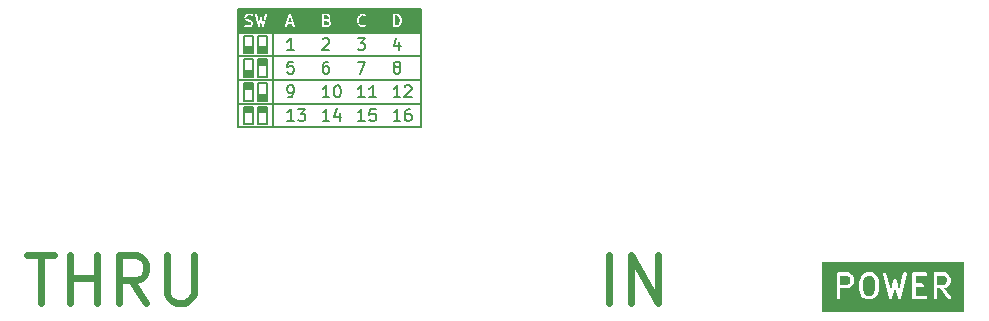
<source format=gbr>
%TF.GenerationSoftware,KiCad,Pcbnew,7.0.1*%
%TF.CreationDate,2023-12-18T14:15:39-05:00*%
%TF.ProjectId,channel_splitter,6368616e-6e65-46c5-9f73-706c69747465,rev?*%
%TF.SameCoordinates,Original*%
%TF.FileFunction,Legend,Top*%
%TF.FilePolarity,Positive*%
%FSLAX46Y46*%
G04 Gerber Fmt 4.6, Leading zero omitted, Abs format (unit mm)*
G04 Created by KiCad (PCBNEW 7.0.1) date 2023-12-18 14:15:39*
%MOMM*%
%LPD*%
G01*
G04 APERTURE LIST*
%ADD10C,0.150000*%
%ADD11C,0.600000*%
%ADD12C,0.300000*%
%ADD13C,4.000000*%
G04 APERTURE END LIST*
D10*
X190750000Y-75250000D02*
X191500000Y-75250000D01*
X191500000Y-76750000D01*
X190750000Y-76750000D01*
X190750000Y-75250000D01*
X192000000Y-73000000D02*
X204000000Y-73000000D01*
X190750000Y-75250000D02*
X191500000Y-75250000D01*
X191500000Y-75750000D01*
X190750000Y-75750000D01*
X190750000Y-75250000D01*
G36*
X190750000Y-75250000D02*
G01*
X191500000Y-75250000D01*
X191500000Y-75750000D01*
X190750000Y-75750000D01*
X190750000Y-75250000D01*
G37*
X203362300Y-71000000D02*
X204500000Y-71000000D01*
X204500000Y-73000000D01*
X203362300Y-73000000D01*
X203362300Y-71000000D01*
G36*
X203362300Y-71000000D02*
G01*
X204500000Y-71000000D01*
X204500000Y-73000000D01*
X203362300Y-73000000D01*
X203362300Y-71000000D01*
G37*
X190750000Y-77250000D02*
X191500000Y-77250000D01*
X191500000Y-78750000D01*
X190750000Y-78750000D01*
X190750000Y-77250000D01*
X190750000Y-79250000D02*
X191500000Y-79250000D01*
X191500000Y-80750000D01*
X190750000Y-80750000D01*
X190750000Y-79250000D01*
X189000000Y-81000000D02*
X204500000Y-81000000D01*
X190750000Y-74250000D02*
X191500000Y-74250000D01*
X191500000Y-74750000D01*
X190750000Y-74750000D01*
X190750000Y-74250000D01*
G36*
X190750000Y-74250000D02*
G01*
X191500000Y-74250000D01*
X191500000Y-74750000D01*
X190750000Y-74750000D01*
X190750000Y-74250000D01*
G37*
X189000000Y-77000000D02*
X204500000Y-77000000D01*
X190750000Y-78250000D02*
X191500000Y-78250000D01*
X191500000Y-78750000D01*
X190750000Y-78750000D01*
X190750000Y-78250000D01*
G36*
X190750000Y-78250000D02*
G01*
X191500000Y-78250000D01*
X191500000Y-78750000D01*
X190750000Y-78750000D01*
X190750000Y-78250000D01*
G37*
X204500000Y-81000000D02*
X204500000Y-73000000D01*
X189500000Y-77250000D02*
X190250000Y-77250000D01*
X190250000Y-77750000D01*
X189500000Y-77750000D01*
X189500000Y-77250000D01*
G36*
X189500000Y-77250000D02*
G01*
X190250000Y-77250000D01*
X190250000Y-77750000D01*
X189500000Y-77750000D01*
X189500000Y-77250000D01*
G37*
X192000000Y-81000000D02*
X191974600Y-73000000D01*
X189000000Y-75000000D02*
X204500000Y-75000000D01*
X204500000Y-79000000D02*
X189000000Y-79000000D01*
X200362300Y-71000000D02*
X201637700Y-71000000D01*
X201637700Y-73000000D01*
X200362300Y-73000000D01*
X200362300Y-71000000D01*
G36*
X200362300Y-71000000D02*
G01*
X201637700Y-71000000D01*
X201637700Y-73000000D01*
X200362300Y-73000000D01*
X200362300Y-71000000D01*
G37*
X190750000Y-79250000D02*
X191500000Y-79250000D01*
X191500000Y-79750000D01*
X190750000Y-79750000D01*
X190750000Y-79250000D01*
G36*
X190750000Y-79250000D02*
G01*
X191500000Y-79250000D01*
X191500000Y-79750000D01*
X190750000Y-79750000D01*
X190750000Y-79250000D01*
G37*
X189000000Y-71000000D02*
X204000000Y-71000000D01*
X189500000Y-75250000D02*
X190250000Y-75250000D01*
X190250000Y-76750000D01*
X189500000Y-76750000D01*
X189500000Y-75250000D01*
X197362300Y-71000000D02*
X198637700Y-71000000D01*
X198637700Y-73000000D01*
X197362300Y-73000000D01*
X197362300Y-71000000D01*
G36*
X197362300Y-71000000D02*
G01*
X198637700Y-71000000D01*
X198637700Y-73000000D01*
X197362300Y-73000000D01*
X197362300Y-71000000D01*
G37*
X189500000Y-76250000D02*
X190250000Y-76250000D01*
X190250000Y-76750000D01*
X189500000Y-76750000D01*
X189500000Y-76250000D01*
G36*
X189500000Y-76250000D02*
G01*
X190250000Y-76250000D01*
X190250000Y-76750000D01*
X189500000Y-76750000D01*
X189500000Y-76250000D01*
G37*
X192000000Y-73000000D02*
X189000000Y-73000000D01*
X189000000Y-81000000D02*
X189000000Y-71000000D01*
X189500000Y-79250000D02*
X190250000Y-79250000D01*
X190250000Y-79750000D01*
X189500000Y-79750000D01*
X189500000Y-79250000D01*
G36*
X189500000Y-79250000D02*
G01*
X190250000Y-79250000D01*
X190250000Y-79750000D01*
X189500000Y-79750000D01*
X189500000Y-79250000D01*
G37*
X194362300Y-71000000D02*
X195637700Y-71000000D01*
X195637700Y-73000000D01*
X194362300Y-73000000D01*
X194362300Y-71000000D01*
G36*
X194362300Y-71000000D02*
G01*
X195637700Y-71000000D01*
X195637700Y-73000000D01*
X194362300Y-73000000D01*
X194362300Y-71000000D01*
G37*
X190750000Y-73250000D02*
X191500000Y-73250000D01*
X191500000Y-74750000D01*
X190750000Y-74750000D01*
X190750000Y-73250000D01*
X189500000Y-79250000D02*
X190250000Y-79250000D01*
X190250000Y-80750000D01*
X189500000Y-80750000D01*
X189500000Y-79250000D01*
X189500000Y-74250000D02*
X190250000Y-74250000D01*
X190250000Y-74750000D01*
X189500000Y-74750000D01*
X189500000Y-74250000D01*
G36*
X189500000Y-74250000D02*
G01*
X190250000Y-74250000D01*
X190250000Y-74750000D01*
X189500000Y-74750000D01*
X189500000Y-74250000D01*
G37*
X189500000Y-73250000D02*
X190250000Y-73250000D01*
X190250000Y-74750000D01*
X189500000Y-74750000D01*
X189500000Y-73250000D01*
X189500000Y-77250000D02*
X190250000Y-77250000D01*
X190250000Y-78750000D01*
X189500000Y-78750000D01*
X189500000Y-77250000D01*
X191974600Y-71000000D02*
X192750000Y-71000000D01*
X192750000Y-73000000D01*
X191974600Y-73000000D01*
X191974600Y-71000000D01*
G36*
X191974600Y-71000000D02*
G01*
X192750000Y-71000000D01*
X192750000Y-73000000D01*
X191974600Y-73000000D01*
X191974600Y-71000000D01*
G37*
X196761904Y-78462619D02*
X196190476Y-78462619D01*
X196476190Y-78462619D02*
X196476190Y-77462619D01*
X196476190Y-77462619D02*
X196380952Y-77605476D01*
X196380952Y-77605476D02*
X196285714Y-77700714D01*
X196285714Y-77700714D02*
X196190476Y-77748333D01*
X197380952Y-77462619D02*
X197476190Y-77462619D01*
X197476190Y-77462619D02*
X197571428Y-77510238D01*
X197571428Y-77510238D02*
X197619047Y-77557857D01*
X197619047Y-77557857D02*
X197666666Y-77653095D01*
X197666666Y-77653095D02*
X197714285Y-77843571D01*
X197714285Y-77843571D02*
X197714285Y-78081666D01*
X197714285Y-78081666D02*
X197666666Y-78272142D01*
X197666666Y-78272142D02*
X197619047Y-78367380D01*
X197619047Y-78367380D02*
X197571428Y-78415000D01*
X197571428Y-78415000D02*
X197476190Y-78462619D01*
X197476190Y-78462619D02*
X197380952Y-78462619D01*
X197380952Y-78462619D02*
X197285714Y-78415000D01*
X197285714Y-78415000D02*
X197238095Y-78367380D01*
X197238095Y-78367380D02*
X197190476Y-78272142D01*
X197190476Y-78272142D02*
X197142857Y-78081666D01*
X197142857Y-78081666D02*
X197142857Y-77843571D01*
X197142857Y-77843571D02*
X197190476Y-77653095D01*
X197190476Y-77653095D02*
X197238095Y-77557857D01*
X197238095Y-77557857D02*
X197285714Y-77510238D01*
X197285714Y-77510238D02*
X197380952Y-77462619D01*
X199761904Y-80462619D02*
X199190476Y-80462619D01*
X199476190Y-80462619D02*
X199476190Y-79462619D01*
X199476190Y-79462619D02*
X199380952Y-79605476D01*
X199380952Y-79605476D02*
X199285714Y-79700714D01*
X199285714Y-79700714D02*
X199190476Y-79748333D01*
X200666666Y-79462619D02*
X200190476Y-79462619D01*
X200190476Y-79462619D02*
X200142857Y-79938809D01*
X200142857Y-79938809D02*
X200190476Y-79891190D01*
X200190476Y-79891190D02*
X200285714Y-79843571D01*
X200285714Y-79843571D02*
X200523809Y-79843571D01*
X200523809Y-79843571D02*
X200619047Y-79891190D01*
X200619047Y-79891190D02*
X200666666Y-79938809D01*
X200666666Y-79938809D02*
X200714285Y-80034047D01*
X200714285Y-80034047D02*
X200714285Y-80272142D01*
X200714285Y-80272142D02*
X200666666Y-80367380D01*
X200666666Y-80367380D02*
X200619047Y-80415000D01*
X200619047Y-80415000D02*
X200523809Y-80462619D01*
X200523809Y-80462619D02*
X200285714Y-80462619D01*
X200285714Y-80462619D02*
X200190476Y-80415000D01*
X200190476Y-80415000D02*
X200142857Y-80367380D01*
X193761904Y-74462619D02*
X193190476Y-74462619D01*
X193476190Y-74462619D02*
X193476190Y-73462619D01*
X193476190Y-73462619D02*
X193380952Y-73605476D01*
X193380952Y-73605476D02*
X193285714Y-73700714D01*
X193285714Y-73700714D02*
X193190476Y-73748333D01*
D11*
X220404761Y-95850476D02*
X220404761Y-91850476D01*
X222309523Y-95850476D02*
X222309523Y-91850476D01*
X222309523Y-91850476D02*
X224595238Y-95850476D01*
X224595238Y-95850476D02*
X224595238Y-91850476D01*
D10*
X202666666Y-73795952D02*
X202666666Y-74462619D01*
X202428571Y-73415000D02*
X202190476Y-74129285D01*
X202190476Y-74129285D02*
X202809523Y-74129285D01*
X196666666Y-75462619D02*
X196476190Y-75462619D01*
X196476190Y-75462619D02*
X196380952Y-75510238D01*
X196380952Y-75510238D02*
X196333333Y-75557857D01*
X196333333Y-75557857D02*
X196238095Y-75700714D01*
X196238095Y-75700714D02*
X196190476Y-75891190D01*
X196190476Y-75891190D02*
X196190476Y-76272142D01*
X196190476Y-76272142D02*
X196238095Y-76367380D01*
X196238095Y-76367380D02*
X196285714Y-76415000D01*
X196285714Y-76415000D02*
X196380952Y-76462619D01*
X196380952Y-76462619D02*
X196571428Y-76462619D01*
X196571428Y-76462619D02*
X196666666Y-76415000D01*
X196666666Y-76415000D02*
X196714285Y-76367380D01*
X196714285Y-76367380D02*
X196761904Y-76272142D01*
X196761904Y-76272142D02*
X196761904Y-76034047D01*
X196761904Y-76034047D02*
X196714285Y-75938809D01*
X196714285Y-75938809D02*
X196666666Y-75891190D01*
X196666666Y-75891190D02*
X196571428Y-75843571D01*
X196571428Y-75843571D02*
X196380952Y-75843571D01*
X196380952Y-75843571D02*
X196285714Y-75891190D01*
X196285714Y-75891190D02*
X196238095Y-75938809D01*
X196238095Y-75938809D02*
X196190476Y-76034047D01*
X202761904Y-78462619D02*
X202190476Y-78462619D01*
X202476190Y-78462619D02*
X202476190Y-77462619D01*
X202476190Y-77462619D02*
X202380952Y-77605476D01*
X202380952Y-77605476D02*
X202285714Y-77700714D01*
X202285714Y-77700714D02*
X202190476Y-77748333D01*
X203142857Y-77557857D02*
X203190476Y-77510238D01*
X203190476Y-77510238D02*
X203285714Y-77462619D01*
X203285714Y-77462619D02*
X203523809Y-77462619D01*
X203523809Y-77462619D02*
X203619047Y-77510238D01*
X203619047Y-77510238D02*
X203666666Y-77557857D01*
X203666666Y-77557857D02*
X203714285Y-77653095D01*
X203714285Y-77653095D02*
X203714285Y-77748333D01*
X203714285Y-77748333D02*
X203666666Y-77891190D01*
X203666666Y-77891190D02*
X203095238Y-78462619D01*
X203095238Y-78462619D02*
X203714285Y-78462619D01*
X193761904Y-80462619D02*
X193190476Y-80462619D01*
X193476190Y-80462619D02*
X193476190Y-79462619D01*
X193476190Y-79462619D02*
X193380952Y-79605476D01*
X193380952Y-79605476D02*
X193285714Y-79700714D01*
X193285714Y-79700714D02*
X193190476Y-79748333D01*
X194095238Y-79462619D02*
X194714285Y-79462619D01*
X194714285Y-79462619D02*
X194380952Y-79843571D01*
X194380952Y-79843571D02*
X194523809Y-79843571D01*
X194523809Y-79843571D02*
X194619047Y-79891190D01*
X194619047Y-79891190D02*
X194666666Y-79938809D01*
X194666666Y-79938809D02*
X194714285Y-80034047D01*
X194714285Y-80034047D02*
X194714285Y-80272142D01*
X194714285Y-80272142D02*
X194666666Y-80367380D01*
X194666666Y-80367380D02*
X194619047Y-80415000D01*
X194619047Y-80415000D02*
X194523809Y-80462619D01*
X194523809Y-80462619D02*
X194238095Y-80462619D01*
X194238095Y-80462619D02*
X194142857Y-80415000D01*
X194142857Y-80415000D02*
X194095238Y-80367380D01*
X199761904Y-78462619D02*
X199190476Y-78462619D01*
X199476190Y-78462619D02*
X199476190Y-77462619D01*
X199476190Y-77462619D02*
X199380952Y-77605476D01*
X199380952Y-77605476D02*
X199285714Y-77700714D01*
X199285714Y-77700714D02*
X199190476Y-77748333D01*
X200714285Y-78462619D02*
X200142857Y-78462619D01*
X200428571Y-78462619D02*
X200428571Y-77462619D01*
X200428571Y-77462619D02*
X200333333Y-77605476D01*
X200333333Y-77605476D02*
X200238095Y-77700714D01*
X200238095Y-77700714D02*
X200142857Y-77748333D01*
G36*
X200542857Y-73055357D02*
G01*
X198632143Y-73055357D01*
X198632143Y-72030873D01*
X199112374Y-72030873D01*
X199115476Y-72043281D01*
X199115476Y-72044829D01*
X199118080Y-72053698D01*
X199162094Y-72229753D01*
X199161164Y-72238367D01*
X199167330Y-72250700D01*
X199167949Y-72253173D01*
X199172131Y-72260300D01*
X199214426Y-72344890D01*
X199217109Y-72357222D01*
X199231738Y-72371851D01*
X199245798Y-72386967D01*
X199247216Y-72387329D01*
X199325064Y-72465178D01*
X199336343Y-72479187D01*
X199350884Y-72484034D01*
X199364337Y-72491380D01*
X199371405Y-72490874D01*
X199491172Y-72530797D01*
X199501787Y-72537619D01*
X199522466Y-72537619D01*
X199543106Y-72538365D01*
X199544365Y-72537619D01*
X199609645Y-72537619D01*
X199621872Y-72540734D01*
X199641484Y-72534196D01*
X199661307Y-72528376D01*
X199662265Y-72527269D01*
X199781789Y-72487428D01*
X199799366Y-72483605D01*
X199810207Y-72472762D01*
X199822789Y-72464019D01*
X199825496Y-72457473D01*
X199870180Y-72412788D01*
X199885903Y-72383994D01*
X199882760Y-72340063D01*
X199856365Y-72304805D01*
X199815098Y-72289413D01*
X199772061Y-72298776D01*
X199721390Y-72349447D01*
X199606875Y-72387619D01*
X199535979Y-72387619D01*
X199421464Y-72349447D01*
X199347352Y-72275333D01*
X199308859Y-72198347D01*
X199265476Y-72024813D01*
X199265476Y-71900425D01*
X199308859Y-71726891D01*
X199347354Y-71649902D01*
X199421465Y-71575790D01*
X199535980Y-71537619D01*
X199606877Y-71537619D01*
X199721390Y-71575790D01*
X199764114Y-71618514D01*
X199792908Y-71634236D01*
X199836839Y-71631094D01*
X199872097Y-71604700D01*
X199887490Y-71563433D01*
X199878128Y-71520396D01*
X199817790Y-71460058D01*
X199806513Y-71446051D01*
X199791971Y-71441203D01*
X199778519Y-71433858D01*
X199771451Y-71434363D01*
X199651684Y-71394441D01*
X199641069Y-71387619D01*
X199620389Y-71387619D01*
X199599750Y-71386873D01*
X199598491Y-71387619D01*
X199533211Y-71387619D01*
X199520983Y-71384504D01*
X199501363Y-71391043D01*
X199481549Y-71396862D01*
X199480590Y-71397968D01*
X199361061Y-71437810D01*
X199343491Y-71441633D01*
X199332652Y-71452471D01*
X199320066Y-71461219D01*
X199317357Y-71467766D01*
X199239329Y-71545794D01*
X199228480Y-71552238D01*
X199219229Y-71570738D01*
X199209334Y-71588861D01*
X199209438Y-71590321D01*
X199176986Y-71655225D01*
X199170675Y-71661160D01*
X199167330Y-71674537D01*
X199166191Y-71676817D01*
X199164727Y-71684949D01*
X199120708Y-71861026D01*
X199115476Y-71869168D01*
X199115476Y-71881956D01*
X199115100Y-71883460D01*
X199115476Y-71892706D01*
X199115476Y-72021704D01*
X199112374Y-72030873D01*
X198632143Y-72030873D01*
X198632143Y-70944643D01*
X200542857Y-70944643D01*
X200542857Y-73055357D01*
G37*
X199142857Y-75462619D02*
X199809523Y-75462619D01*
X199809523Y-75462619D02*
X199380952Y-76462619D01*
X196190476Y-73557857D02*
X196238095Y-73510238D01*
X196238095Y-73510238D02*
X196333333Y-73462619D01*
X196333333Y-73462619D02*
X196571428Y-73462619D01*
X196571428Y-73462619D02*
X196666666Y-73510238D01*
X196666666Y-73510238D02*
X196714285Y-73557857D01*
X196714285Y-73557857D02*
X196761904Y-73653095D01*
X196761904Y-73653095D02*
X196761904Y-73748333D01*
X196761904Y-73748333D02*
X196714285Y-73891190D01*
X196714285Y-73891190D02*
X196142857Y-74462619D01*
X196142857Y-74462619D02*
X196761904Y-74462619D01*
X202380952Y-75891190D02*
X202285714Y-75843571D01*
X202285714Y-75843571D02*
X202238095Y-75795952D01*
X202238095Y-75795952D02*
X202190476Y-75700714D01*
X202190476Y-75700714D02*
X202190476Y-75653095D01*
X202190476Y-75653095D02*
X202238095Y-75557857D01*
X202238095Y-75557857D02*
X202285714Y-75510238D01*
X202285714Y-75510238D02*
X202380952Y-75462619D01*
X202380952Y-75462619D02*
X202571428Y-75462619D01*
X202571428Y-75462619D02*
X202666666Y-75510238D01*
X202666666Y-75510238D02*
X202714285Y-75557857D01*
X202714285Y-75557857D02*
X202761904Y-75653095D01*
X202761904Y-75653095D02*
X202761904Y-75700714D01*
X202761904Y-75700714D02*
X202714285Y-75795952D01*
X202714285Y-75795952D02*
X202666666Y-75843571D01*
X202666666Y-75843571D02*
X202571428Y-75891190D01*
X202571428Y-75891190D02*
X202380952Y-75891190D01*
X202380952Y-75891190D02*
X202285714Y-75938809D01*
X202285714Y-75938809D02*
X202238095Y-75986428D01*
X202238095Y-75986428D02*
X202190476Y-76081666D01*
X202190476Y-76081666D02*
X202190476Y-76272142D01*
X202190476Y-76272142D02*
X202238095Y-76367380D01*
X202238095Y-76367380D02*
X202285714Y-76415000D01*
X202285714Y-76415000D02*
X202380952Y-76462619D01*
X202380952Y-76462619D02*
X202571428Y-76462619D01*
X202571428Y-76462619D02*
X202666666Y-76415000D01*
X202666666Y-76415000D02*
X202714285Y-76367380D01*
X202714285Y-76367380D02*
X202761904Y-76272142D01*
X202761904Y-76272142D02*
X202761904Y-76081666D01*
X202761904Y-76081666D02*
X202714285Y-75986428D01*
X202714285Y-75986428D02*
X202666666Y-75938809D01*
X202666666Y-75938809D02*
X202571428Y-75891190D01*
G36*
X192002976Y-73055357D02*
G01*
X188997024Y-73055357D01*
X188997024Y-71661486D01*
X189565143Y-71661486D01*
X189567857Y-71668030D01*
X189567857Y-71744293D01*
X189565926Y-71762177D01*
X189572782Y-71775890D01*
X189577100Y-71790593D01*
X189582453Y-71795231D01*
X189619188Y-71868700D01*
X189621871Y-71881032D01*
X189636498Y-71895659D01*
X189650560Y-71910777D01*
X189651978Y-71911139D01*
X189678413Y-71937574D01*
X189684857Y-71948424D01*
X189703366Y-71957678D01*
X189721480Y-71967569D01*
X189722938Y-71967464D01*
X189787843Y-71999917D01*
X189793778Y-72006229D01*
X189807155Y-72009573D01*
X189809435Y-72010713D01*
X189817567Y-72012176D01*
X189997631Y-72057192D01*
X190074621Y-72095687D01*
X190105026Y-72126092D01*
X190139285Y-72194608D01*
X190139285Y-72254436D01*
X190105026Y-72322953D01*
X190074618Y-72353361D01*
X190006104Y-72387619D01*
X189797884Y-72387619D01*
X189656345Y-72340439D01*
X189623560Y-72339254D01*
X189585672Y-72361711D01*
X189565940Y-72401087D01*
X189570627Y-72444880D01*
X189598248Y-72479187D01*
X189753077Y-72530797D01*
X189763692Y-72537619D01*
X189784371Y-72537619D01*
X189805011Y-72538365D01*
X189806270Y-72537619D01*
X190019769Y-72537619D01*
X190037653Y-72539550D01*
X190051366Y-72532693D01*
X190066069Y-72528376D01*
X190070707Y-72523022D01*
X190144175Y-72486287D01*
X190156509Y-72483605D01*
X190171140Y-72468972D01*
X190186253Y-72454916D01*
X190186615Y-72453496D01*
X190213049Y-72427062D01*
X190223900Y-72420618D01*
X190233156Y-72402104D01*
X190243046Y-72383994D01*
X190242941Y-72382534D01*
X190279563Y-72309290D01*
X190289285Y-72294164D01*
X190289285Y-72278834D01*
X190291999Y-72263751D01*
X190289285Y-72257207D01*
X190289285Y-72180935D01*
X190291215Y-72163060D01*
X190284360Y-72149350D01*
X190280042Y-72134644D01*
X190274687Y-72130004D01*
X190237953Y-72056535D01*
X190235271Y-72044205D01*
X190220651Y-72029585D01*
X190206582Y-72014460D01*
X190205163Y-72014097D01*
X190178728Y-71987662D01*
X190172285Y-71976813D01*
X190153784Y-71967562D01*
X190135662Y-71957667D01*
X190134201Y-71957771D01*
X190069297Y-71925319D01*
X190063363Y-71919008D01*
X190049985Y-71915663D01*
X190047706Y-71914524D01*
X190039573Y-71913060D01*
X189859510Y-71868044D01*
X189782521Y-71829550D01*
X189752114Y-71799143D01*
X189717857Y-71730628D01*
X189717857Y-71670801D01*
X189752116Y-71602283D01*
X189782521Y-71571877D01*
X189851037Y-71537619D01*
X190059258Y-71537619D01*
X190200796Y-71584799D01*
X190233582Y-71585984D01*
X190271470Y-71563527D01*
X190291202Y-71524151D01*
X190286514Y-71480357D01*
X190268971Y-71458567D01*
X190469558Y-71458567D01*
X190710933Y-72472347D01*
X190711288Y-72486509D01*
X190722035Y-72502347D01*
X190731533Y-72518961D01*
X190734280Y-72520392D01*
X190736019Y-72522954D01*
X190753617Y-72530464D01*
X190770595Y-72539309D01*
X190773679Y-72539027D01*
X190776527Y-72540243D01*
X190795394Y-72537047D01*
X190814456Y-72535309D01*
X190816898Y-72533405D01*
X190819952Y-72532888D01*
X190834099Y-72519996D01*
X190849193Y-72508230D01*
X190850218Y-72505307D01*
X190852507Y-72503222D01*
X190857437Y-72484734D01*
X190863775Y-72466671D01*
X190863057Y-72463657D01*
X190976190Y-72039411D01*
X191092174Y-72474352D01*
X191092909Y-72488499D01*
X191104074Y-72504038D01*
X191114018Y-72520396D01*
X191116803Y-72521753D01*
X191118609Y-72524266D01*
X191136401Y-72531301D01*
X191153612Y-72539687D01*
X191156686Y-72539323D01*
X191159567Y-72540462D01*
X191178344Y-72536760D01*
X191197350Y-72534511D01*
X191199740Y-72532542D01*
X191202779Y-72531943D01*
X191216576Y-72518675D01*
X191231347Y-72506509D01*
X191232293Y-72503561D01*
X191234526Y-72501414D01*
X191238959Y-72482792D01*
X191244808Y-72464573D01*
X191244010Y-72461580D01*
X191480220Y-71469502D01*
X191478519Y-71436739D01*
X191452819Y-71400972D01*
X191411861Y-71384777D01*
X191368649Y-71393295D01*
X191336902Y-71423824D01*
X191162549Y-72156102D01*
X191050944Y-71737582D01*
X191050616Y-71724443D01*
X191039304Y-71707773D01*
X191028838Y-71690557D01*
X191027020Y-71689671D01*
X191025885Y-71687998D01*
X191007351Y-71680087D01*
X190989244Y-71671265D01*
X190987236Y-71671502D01*
X190985377Y-71670709D01*
X190965503Y-71674075D01*
X190945506Y-71676442D01*
X190943946Y-71677726D01*
X190941952Y-71678064D01*
X190927057Y-71691637D01*
X190911509Y-71704443D01*
X190910890Y-71706368D01*
X190909397Y-71707730D01*
X190904208Y-71727186D01*
X190898048Y-71746379D01*
X190898569Y-71748333D01*
X190789830Y-72156103D01*
X190618082Y-71434759D01*
X190601800Y-71406278D01*
X190562738Y-71385930D01*
X190518877Y-71389930D01*
X190484140Y-71417008D01*
X190469558Y-71458567D01*
X190268971Y-71458567D01*
X190258894Y-71446051D01*
X190104065Y-71394441D01*
X190093450Y-71387619D01*
X190072770Y-71387619D01*
X190052131Y-71386873D01*
X190050872Y-71387619D01*
X189837364Y-71387619D01*
X189819489Y-71385689D01*
X189805779Y-71392543D01*
X189791073Y-71396862D01*
X189786433Y-71402216D01*
X189712964Y-71438950D01*
X189700634Y-71441633D01*
X189686014Y-71456252D01*
X189670889Y-71470322D01*
X189670526Y-71471740D01*
X189644091Y-71498175D01*
X189633242Y-71504619D01*
X189623991Y-71523119D01*
X189614096Y-71541242D01*
X189614200Y-71542702D01*
X189577580Y-71615943D01*
X189567857Y-71631073D01*
X189567857Y-71646403D01*
X189565143Y-71661486D01*
X188997024Y-71661486D01*
X188997024Y-70944643D01*
X192002976Y-70944643D01*
X192002976Y-73055357D01*
G37*
D12*
G36*
X242744479Y-93643754D02*
G01*
X242888364Y-93787639D01*
X242969047Y-94110368D01*
X242969047Y-94740106D01*
X242888364Y-95062835D01*
X242744478Y-95206721D01*
X242607446Y-95275238D01*
X242297315Y-95275238D01*
X242160281Y-95206721D01*
X242016397Y-95062836D01*
X241935714Y-94740107D01*
X241935714Y-94110369D01*
X242016396Y-93787639D01*
X242160282Y-93643753D01*
X242297313Y-93575238D01*
X242607447Y-93575238D01*
X242744479Y-93643754D01*
G37*
G36*
X248934955Y-93643754D02*
G01*
X248995769Y-93704568D01*
X249064285Y-93841599D01*
X249064285Y-94056493D01*
X248995768Y-94193526D01*
X248934954Y-94254341D01*
X248797922Y-94322857D01*
X248555371Y-94322857D01*
X248519272Y-94319116D01*
X248511869Y-94322857D01*
X248221428Y-94322857D01*
X248221428Y-93575238D01*
X248797923Y-93575238D01*
X248934955Y-93643754D01*
G37*
G36*
X240744479Y-93643754D02*
G01*
X240805293Y-93704568D01*
X240873809Y-93841599D01*
X240873809Y-94056493D01*
X240805292Y-94193526D01*
X240744478Y-94254341D01*
X240607446Y-94322857D01*
X240030952Y-94322857D01*
X240030952Y-93575238D01*
X240607447Y-93575238D01*
X240744479Y-93643754D01*
G37*
G36*
X250505952Y-96610714D02*
G01*
X238494048Y-96610714D01*
X238494048Y-94495106D01*
X239726210Y-94495106D01*
X239730952Y-94505489D01*
X239730952Y-95446806D01*
X239749436Y-95509758D01*
X239816009Y-95567443D01*
X239903201Y-95579980D01*
X239983328Y-95543387D01*
X240030952Y-95469282D01*
X240030952Y-94752222D01*
X241629510Y-94752222D01*
X241635714Y-94777038D01*
X241635714Y-94780139D01*
X241640932Y-94797913D01*
X241734865Y-95173641D01*
X241743742Y-95214445D01*
X241761298Y-95232001D01*
X241773862Y-95253416D01*
X241791805Y-95262508D01*
X241952063Y-95422767D01*
X241964952Y-95444467D01*
X242001914Y-95462948D01*
X242038196Y-95482760D01*
X242041119Y-95482550D01*
X242187601Y-95555792D01*
X242217860Y-95575238D01*
X242248511Y-95575238D01*
X242278686Y-95580668D01*
X242291778Y-95575238D01*
X242634781Y-95575238D01*
X242670545Y-95579099D01*
X242697960Y-95565391D01*
X242727377Y-95556754D01*
X242736658Y-95546041D01*
X242883590Y-95472575D01*
X242908256Y-95467210D01*
X242937486Y-95437979D01*
X242967746Y-95409833D01*
X242968472Y-95406993D01*
X243128245Y-95247218D01*
X243158648Y-95218632D01*
X243164669Y-95194546D01*
X243176569Y-95172754D01*
X243175133Y-95152689D01*
X243258580Y-94818900D01*
X243269047Y-94802615D01*
X243269047Y-94777036D01*
X243269799Y-94774028D01*
X243269047Y-94755523D01*
X243269047Y-94116591D01*
X243275251Y-94098252D01*
X243269047Y-94073436D01*
X243269047Y-94070336D01*
X243263829Y-94052566D01*
X243169896Y-93676836D01*
X243161019Y-93636030D01*
X243143463Y-93618474D01*
X243130899Y-93597058D01*
X243112953Y-93587964D01*
X242952699Y-93427710D01*
X242946418Y-93417135D01*
X243629592Y-93417135D01*
X244112342Y-95444690D01*
X244113051Y-95473017D01*
X244134541Y-95504686D01*
X244153541Y-95537922D01*
X244159036Y-95540784D01*
X244162513Y-95545908D01*
X244197716Y-95560933D01*
X244231665Y-95578618D01*
X244237831Y-95578055D01*
X244243530Y-95580488D01*
X244281273Y-95574094D01*
X244319389Y-95570619D01*
X244324274Y-95566810D01*
X244330381Y-95565776D01*
X244358666Y-95540000D01*
X244388862Y-95516462D01*
X244390913Y-95510615D01*
X244395491Y-95506444D01*
X244405354Y-95469457D01*
X244418026Y-95433341D01*
X244416591Y-95427316D01*
X244642856Y-94578823D01*
X244874824Y-95448701D01*
X244876293Y-95476998D01*
X244898628Y-95508082D01*
X244918511Y-95540791D01*
X244924080Y-95543504D01*
X244927694Y-95548534D01*
X244963288Y-95562608D01*
X244997700Y-95579375D01*
X245003850Y-95578647D01*
X245009612Y-95580925D01*
X245047168Y-95573520D01*
X245085178Y-95569022D01*
X245089959Y-95565083D01*
X245096035Y-95563886D01*
X245123616Y-95537361D01*
X245153171Y-95513019D01*
X245155064Y-95507119D01*
X245159528Y-95502827D01*
X245168391Y-95465600D01*
X245174205Y-95447487D01*
X246107162Y-95447487D01*
X246121002Y-95477793D01*
X246130388Y-95509758D01*
X246139013Y-95517232D01*
X246143755Y-95527614D01*
X246171782Y-95545626D01*
X246196961Y-95567443D01*
X246208258Y-95569067D01*
X246217860Y-95575238D01*
X246251173Y-95575238D01*
X246284153Y-95579980D01*
X246294536Y-95575238D01*
X247235853Y-95575238D01*
X247298805Y-95556754D01*
X247356490Y-95490181D01*
X247369027Y-95402989D01*
X247332434Y-95322862D01*
X247258329Y-95275238D01*
X246411904Y-95275238D01*
X246411904Y-94527619D01*
X246950139Y-94527619D01*
X247013091Y-94509135D01*
X247025247Y-94495106D01*
X247916686Y-94495106D01*
X247921428Y-94505489D01*
X247921428Y-95446806D01*
X247939912Y-95509758D01*
X248006485Y-95567443D01*
X248093677Y-95579980D01*
X248173804Y-95543387D01*
X248221428Y-95469282D01*
X248221428Y-94622857D01*
X248469520Y-94622857D01*
X249103768Y-95528926D01*
X249155012Y-95569899D01*
X249242631Y-95578979D01*
X249321251Y-95539248D01*
X249365909Y-95463320D01*
X249362427Y-95375301D01*
X248836571Y-94624078D01*
X248861021Y-94626718D01*
X248888436Y-94613010D01*
X248917853Y-94604373D01*
X248927134Y-94593660D01*
X249074069Y-94520193D01*
X249098732Y-94514828D01*
X249127948Y-94485610D01*
X249158222Y-94457452D01*
X249158948Y-94454611D01*
X249211815Y-94401744D01*
X249233514Y-94388856D01*
X249251989Y-94351905D01*
X249271808Y-94315610D01*
X249271598Y-94312686D01*
X249344839Y-94166206D01*
X249364285Y-94135948D01*
X249364285Y-94105297D01*
X249369715Y-94075122D01*
X249364285Y-94062030D01*
X249364285Y-93814266D01*
X249368146Y-93778502D01*
X249354438Y-93751086D01*
X249345801Y-93721670D01*
X249335089Y-93712388D01*
X249261621Y-93565452D01*
X249256257Y-93540792D01*
X249227045Y-93511580D01*
X249198880Y-93481301D01*
X249196039Y-93480574D01*
X249143175Y-93427710D01*
X249130286Y-93406009D01*
X249093323Y-93387527D01*
X249057040Y-93367715D01*
X249054116Y-93367924D01*
X248907635Y-93294683D01*
X248877377Y-93275238D01*
X248846726Y-93275238D01*
X248816552Y-93269808D01*
X248803460Y-93275238D01*
X248082159Y-93275238D01*
X248049179Y-93270496D01*
X248018872Y-93284336D01*
X247986908Y-93293722D01*
X247979433Y-93302347D01*
X247969052Y-93307089D01*
X247951039Y-93335116D01*
X247929223Y-93360295D01*
X247927598Y-93371592D01*
X247921428Y-93381194D01*
X247921428Y-93414507D01*
X247916686Y-93447487D01*
X247921428Y-93457870D01*
X247921428Y-94462126D01*
X247916686Y-94495106D01*
X247025247Y-94495106D01*
X247070776Y-94442562D01*
X247083313Y-94355370D01*
X247046720Y-94275243D01*
X246972615Y-94227619D01*
X246411904Y-94227619D01*
X246411904Y-93575238D01*
X247235853Y-93575238D01*
X247298805Y-93556754D01*
X247356490Y-93490181D01*
X247369027Y-93402989D01*
X247332434Y-93322862D01*
X247258329Y-93275238D01*
X246272635Y-93275238D01*
X246239655Y-93270496D01*
X246209348Y-93284336D01*
X246177384Y-93293722D01*
X246169909Y-93302347D01*
X246159528Y-93307089D01*
X246141515Y-93335116D01*
X246119699Y-93360295D01*
X246118074Y-93371592D01*
X246111904Y-93381194D01*
X246111904Y-93414507D01*
X246107162Y-93447487D01*
X246111904Y-93457870D01*
X246111904Y-94366888D01*
X246107162Y-94399868D01*
X246111904Y-94410251D01*
X246111904Y-95414507D01*
X246107162Y-95447487D01*
X245174205Y-95447487D01*
X245180093Y-95429145D01*
X245178496Y-95423158D01*
X245650917Y-93439000D01*
X245647516Y-93373478D01*
X245596115Y-93301942D01*
X245514197Y-93269551D01*
X245427774Y-93286590D01*
X245364281Y-93347649D01*
X245015575Y-94812205D01*
X244792367Y-93975173D01*
X244791710Y-93948886D01*
X244769086Y-93915546D01*
X244748155Y-93881113D01*
X244744517Y-93879340D01*
X244742248Y-93875996D01*
X244705189Y-93860178D01*
X244668966Y-93842529D01*
X244664951Y-93843004D01*
X244661231Y-93841416D01*
X244621482Y-93848148D01*
X244581488Y-93852882D01*
X244578368Y-93855451D01*
X244574380Y-93856127D01*
X244544590Y-93883273D01*
X244513495Y-93908885D01*
X244512259Y-93912735D01*
X244509270Y-93915459D01*
X244498887Y-93954393D01*
X244486573Y-93992758D01*
X244487614Y-93996665D01*
X244270136Y-94812206D01*
X243926639Y-93369513D01*
X243894077Y-93312555D01*
X243815953Y-93271858D01*
X243728229Y-93279857D01*
X243658756Y-93334014D01*
X243629592Y-93417135D01*
X242946418Y-93417135D01*
X242939810Y-93406009D01*
X242902847Y-93387527D01*
X242866564Y-93367715D01*
X242863640Y-93367924D01*
X242717159Y-93294683D01*
X242686901Y-93275238D01*
X242656250Y-93275238D01*
X242626076Y-93269808D01*
X242612984Y-93275238D01*
X242269980Y-93275238D01*
X242234216Y-93271377D01*
X242206800Y-93285084D01*
X242177384Y-93293722D01*
X242168102Y-93304433D01*
X242021166Y-93377901D01*
X241996506Y-93383266D01*
X241967294Y-93412477D01*
X241937015Y-93440643D01*
X241936288Y-93443483D01*
X241776517Y-93603254D01*
X241746113Y-93631843D01*
X241740092Y-93655925D01*
X241728191Y-93677721D01*
X241729626Y-93697789D01*
X241646180Y-94031573D01*
X241635714Y-94047860D01*
X241635714Y-94073440D01*
X241634962Y-94076448D01*
X241635714Y-94094953D01*
X241635714Y-94733883D01*
X241629510Y-94752222D01*
X240030952Y-94752222D01*
X240030952Y-94622857D01*
X240634781Y-94622857D01*
X240670545Y-94626718D01*
X240697960Y-94613010D01*
X240727377Y-94604373D01*
X240736658Y-94593660D01*
X240883593Y-94520193D01*
X240908256Y-94514828D01*
X240937472Y-94485610D01*
X240967746Y-94457452D01*
X240968472Y-94454611D01*
X241021339Y-94401744D01*
X241043038Y-94388856D01*
X241061513Y-94351905D01*
X241081332Y-94315610D01*
X241081122Y-94312686D01*
X241154363Y-94166206D01*
X241173809Y-94135948D01*
X241173809Y-94105297D01*
X241179239Y-94075122D01*
X241173809Y-94062030D01*
X241173809Y-93814266D01*
X241177670Y-93778502D01*
X241163962Y-93751086D01*
X241155325Y-93721670D01*
X241144613Y-93712388D01*
X241071145Y-93565452D01*
X241065781Y-93540792D01*
X241036569Y-93511580D01*
X241008404Y-93481301D01*
X241005563Y-93480574D01*
X240952699Y-93427710D01*
X240939810Y-93406009D01*
X240902847Y-93387527D01*
X240866564Y-93367715D01*
X240863640Y-93367924D01*
X240717159Y-93294683D01*
X240686901Y-93275238D01*
X240656250Y-93275238D01*
X240626076Y-93269808D01*
X240612984Y-93275238D01*
X239891683Y-93275238D01*
X239858703Y-93270496D01*
X239828396Y-93284336D01*
X239796432Y-93293722D01*
X239788957Y-93302347D01*
X239778576Y-93307089D01*
X239760563Y-93335116D01*
X239738747Y-93360295D01*
X239737122Y-93371592D01*
X239730952Y-93381194D01*
X239730952Y-93414507D01*
X239726210Y-93447487D01*
X239730952Y-93457870D01*
X239730952Y-94462126D01*
X239726210Y-94495106D01*
X238494048Y-94495106D01*
X238494048Y-92389286D01*
X250505952Y-92389286D01*
X250505952Y-96610714D01*
G37*
D11*
X171166667Y-91850476D02*
X173452381Y-91850476D01*
X172309524Y-95850476D02*
X172309524Y-91850476D01*
X174785714Y-95850476D02*
X174785714Y-91850476D01*
X174785714Y-93755238D02*
X177071429Y-93755238D01*
X177071429Y-95850476D02*
X177071429Y-91850476D01*
X181261905Y-95850476D02*
X179928571Y-93945714D01*
X178976190Y-95850476D02*
X178976190Y-91850476D01*
X178976190Y-91850476D02*
X180500000Y-91850476D01*
X180500000Y-91850476D02*
X180880952Y-92040952D01*
X180880952Y-92040952D02*
X181071429Y-92231428D01*
X181071429Y-92231428D02*
X181261905Y-92612380D01*
X181261905Y-92612380D02*
X181261905Y-93183809D01*
X181261905Y-93183809D02*
X181071429Y-93564761D01*
X181071429Y-93564761D02*
X180880952Y-93755238D01*
X180880952Y-93755238D02*
X180500000Y-93945714D01*
X180500000Y-93945714D02*
X178976190Y-93945714D01*
X182976190Y-91850476D02*
X182976190Y-95088571D01*
X182976190Y-95088571D02*
X183166667Y-95469523D01*
X183166667Y-95469523D02*
X183357143Y-95660000D01*
X183357143Y-95660000D02*
X183738095Y-95850476D01*
X183738095Y-95850476D02*
X184500000Y-95850476D01*
X184500000Y-95850476D02*
X184880952Y-95660000D01*
X184880952Y-95660000D02*
X185071429Y-95469523D01*
X185071429Y-95469523D02*
X185261905Y-95088571D01*
X185261905Y-95088571D02*
X185261905Y-91850476D01*
D10*
G36*
X193562609Y-72101904D02*
G01*
X193294533Y-72101904D01*
X193428571Y-71699790D01*
X193562609Y-72101904D01*
G37*
G36*
X194400000Y-73055357D02*
G01*
X192632143Y-73055357D01*
X192632143Y-72481916D01*
X193019492Y-72481916D01*
X193041949Y-72519804D01*
X193081325Y-72539536D01*
X193125118Y-72534849D01*
X193159425Y-72507228D01*
X193244533Y-72251904D01*
X193612609Y-72251904D01*
X193694162Y-72496564D01*
X193712885Y-72523504D01*
X193753584Y-72540340D01*
X193796924Y-72532500D01*
X193829146Y-72502474D01*
X193840019Y-72459793D01*
X193743426Y-72170016D01*
X193744036Y-72165780D01*
X193736552Y-72149392D01*
X193504011Y-71451769D01*
X193504317Y-71443322D01*
X193497185Y-71431289D01*
X193496313Y-71428673D01*
X193491700Y-71422035D01*
X193481860Y-71405434D01*
X193479254Y-71404128D01*
X193477590Y-71401733D01*
X193459736Y-71394347D01*
X193442484Y-71385702D01*
X193439586Y-71386012D01*
X193436891Y-71384897D01*
X193417883Y-71388335D01*
X193398690Y-71390390D01*
X193396419Y-71392218D01*
X193393551Y-71392737D01*
X193379427Y-71405898D01*
X193364384Y-71418010D01*
X193363461Y-71420776D01*
X193361329Y-71422764D01*
X193356561Y-71441476D01*
X193124036Y-72139051D01*
X193119374Y-72144433D01*
X193117197Y-72159568D01*
X193020677Y-72449131D01*
X193019492Y-72481916D01*
X192632143Y-72481916D01*
X192632143Y-70944643D01*
X194400000Y-70944643D01*
X194400000Y-73055357D01*
G37*
X199142857Y-73462619D02*
X199761904Y-73462619D01*
X199761904Y-73462619D02*
X199428571Y-73843571D01*
X199428571Y-73843571D02*
X199571428Y-73843571D01*
X199571428Y-73843571D02*
X199666666Y-73891190D01*
X199666666Y-73891190D02*
X199714285Y-73938809D01*
X199714285Y-73938809D02*
X199761904Y-74034047D01*
X199761904Y-74034047D02*
X199761904Y-74272142D01*
X199761904Y-74272142D02*
X199714285Y-74367380D01*
X199714285Y-74367380D02*
X199666666Y-74415000D01*
X199666666Y-74415000D02*
X199571428Y-74462619D01*
X199571428Y-74462619D02*
X199285714Y-74462619D01*
X199285714Y-74462619D02*
X199190476Y-74415000D01*
X199190476Y-74415000D02*
X199142857Y-74367380D01*
G36*
X202578533Y-71575790D02*
G01*
X202652645Y-71649902D01*
X202691139Y-71726888D01*
X202734523Y-71900424D01*
X202734523Y-72024813D01*
X202691139Y-72198345D01*
X202652645Y-72275334D01*
X202578533Y-72349447D01*
X202464018Y-72387619D01*
X202313095Y-72387619D01*
X202313095Y-71537619D01*
X202464020Y-71537619D01*
X202578533Y-71575790D01*
G37*
G36*
X203542857Y-73055357D02*
G01*
X201632143Y-73055357D01*
X201632143Y-72473743D01*
X202160725Y-72473743D01*
X202167644Y-72488895D01*
X202172338Y-72504879D01*
X202176650Y-72508615D01*
X202179021Y-72513807D01*
X202193037Y-72522814D01*
X202205624Y-72533721D01*
X202211270Y-72534532D01*
X202216073Y-72537619D01*
X202232735Y-72537619D01*
X202249219Y-72539989D01*
X202254409Y-72537619D01*
X202466788Y-72537619D01*
X202479015Y-72540734D01*
X202498627Y-72534196D01*
X202518450Y-72528376D01*
X202519408Y-72527269D01*
X202638934Y-72487427D01*
X202656508Y-72483605D01*
X202667348Y-72472764D01*
X202679932Y-72464019D01*
X202682639Y-72457472D01*
X202760669Y-72379442D01*
X202771519Y-72372999D01*
X202780769Y-72354498D01*
X202790665Y-72336375D01*
X202790560Y-72334915D01*
X202823012Y-72270012D01*
X202829324Y-72264078D01*
X202832668Y-72250700D01*
X202833808Y-72248421D01*
X202835271Y-72240288D01*
X202879290Y-72064210D01*
X202884523Y-72056069D01*
X202884523Y-72043281D01*
X202884899Y-72041777D01*
X202884523Y-72032531D01*
X202884523Y-71903533D01*
X202887625Y-71894364D01*
X202884523Y-71881956D01*
X202884523Y-71880408D01*
X202881918Y-71871538D01*
X202837904Y-71695481D01*
X202838834Y-71686870D01*
X202832668Y-71674539D01*
X202832050Y-71672064D01*
X202827862Y-71664925D01*
X202785572Y-71580345D01*
X202782890Y-71568015D01*
X202768270Y-71553395D01*
X202754201Y-71538270D01*
X202752782Y-71537907D01*
X202674933Y-71460058D01*
X202663656Y-71446051D01*
X202649114Y-71441203D01*
X202635662Y-71433858D01*
X202628594Y-71434363D01*
X202508827Y-71394441D01*
X202498212Y-71387619D01*
X202477532Y-71387619D01*
X202456893Y-71386873D01*
X202455634Y-71387619D01*
X202243455Y-71387619D01*
X202226971Y-71385249D01*
X202211818Y-71392168D01*
X202195835Y-71396862D01*
X202192098Y-71401174D01*
X202186907Y-71403545D01*
X202177899Y-71417561D01*
X202166993Y-71430148D01*
X202166181Y-71435794D01*
X202163095Y-71440597D01*
X202163095Y-71457259D01*
X202160725Y-71473743D01*
X202163095Y-71478933D01*
X202163095Y-72457259D01*
X202160725Y-72473743D01*
X201632143Y-72473743D01*
X201632143Y-70944643D01*
X203542857Y-70944643D01*
X203542857Y-73055357D01*
G37*
X202761904Y-80462619D02*
X202190476Y-80462619D01*
X202476190Y-80462619D02*
X202476190Y-79462619D01*
X202476190Y-79462619D02*
X202380952Y-79605476D01*
X202380952Y-79605476D02*
X202285714Y-79700714D01*
X202285714Y-79700714D02*
X202190476Y-79748333D01*
X203619047Y-79462619D02*
X203428571Y-79462619D01*
X203428571Y-79462619D02*
X203333333Y-79510238D01*
X203333333Y-79510238D02*
X203285714Y-79557857D01*
X203285714Y-79557857D02*
X203190476Y-79700714D01*
X203190476Y-79700714D02*
X203142857Y-79891190D01*
X203142857Y-79891190D02*
X203142857Y-80272142D01*
X203142857Y-80272142D02*
X203190476Y-80367380D01*
X203190476Y-80367380D02*
X203238095Y-80415000D01*
X203238095Y-80415000D02*
X203333333Y-80462619D01*
X203333333Y-80462619D02*
X203523809Y-80462619D01*
X203523809Y-80462619D02*
X203619047Y-80415000D01*
X203619047Y-80415000D02*
X203666666Y-80367380D01*
X203666666Y-80367380D02*
X203714285Y-80272142D01*
X203714285Y-80272142D02*
X203714285Y-80034047D01*
X203714285Y-80034047D02*
X203666666Y-79938809D01*
X203666666Y-79938809D02*
X203619047Y-79891190D01*
X203619047Y-79891190D02*
X203523809Y-79843571D01*
X203523809Y-79843571D02*
X203333333Y-79843571D01*
X203333333Y-79843571D02*
X203238095Y-79891190D01*
X203238095Y-79891190D02*
X203190476Y-79938809D01*
X203190476Y-79938809D02*
X203142857Y-80034047D01*
X193285714Y-78462619D02*
X193476190Y-78462619D01*
X193476190Y-78462619D02*
X193571428Y-78415000D01*
X193571428Y-78415000D02*
X193619047Y-78367380D01*
X193619047Y-78367380D02*
X193714285Y-78224523D01*
X193714285Y-78224523D02*
X193761904Y-78034047D01*
X193761904Y-78034047D02*
X193761904Y-77653095D01*
X193761904Y-77653095D02*
X193714285Y-77557857D01*
X193714285Y-77557857D02*
X193666666Y-77510238D01*
X193666666Y-77510238D02*
X193571428Y-77462619D01*
X193571428Y-77462619D02*
X193380952Y-77462619D01*
X193380952Y-77462619D02*
X193285714Y-77510238D01*
X193285714Y-77510238D02*
X193238095Y-77557857D01*
X193238095Y-77557857D02*
X193190476Y-77653095D01*
X193190476Y-77653095D02*
X193190476Y-77891190D01*
X193190476Y-77891190D02*
X193238095Y-77986428D01*
X193238095Y-77986428D02*
X193285714Y-78034047D01*
X193285714Y-78034047D02*
X193380952Y-78081666D01*
X193380952Y-78081666D02*
X193571428Y-78081666D01*
X193571428Y-78081666D02*
X193666666Y-78034047D01*
X193666666Y-78034047D02*
X193714285Y-77986428D01*
X193714285Y-77986428D02*
X193761904Y-77891190D01*
X196761904Y-80462619D02*
X196190476Y-80462619D01*
X196476190Y-80462619D02*
X196476190Y-79462619D01*
X196476190Y-79462619D02*
X196380952Y-79605476D01*
X196380952Y-79605476D02*
X196285714Y-79700714D01*
X196285714Y-79700714D02*
X196190476Y-79748333D01*
X197619047Y-79795952D02*
X197619047Y-80462619D01*
X197380952Y-79415000D02*
X197142857Y-80129285D01*
X197142857Y-80129285D02*
X197761904Y-80129285D01*
G36*
X196673771Y-72051980D02*
G01*
X196700264Y-72078473D01*
X196734523Y-72146989D01*
X196734523Y-72254436D01*
X196700264Y-72322953D01*
X196669856Y-72353361D01*
X196601342Y-72387619D01*
X196313095Y-72387619D01*
X196313095Y-72013809D01*
X196559258Y-72013809D01*
X196673771Y-72051980D01*
G37*
G36*
X196622240Y-71571878D02*
G01*
X196652645Y-71602283D01*
X196686904Y-71670799D01*
X196686904Y-71730627D01*
X196652645Y-71799144D01*
X196622238Y-71829551D01*
X196555007Y-71863166D01*
X196552131Y-71863063D01*
X196550872Y-71863809D01*
X196313095Y-71863809D01*
X196313095Y-71537619D01*
X196553722Y-71537619D01*
X196622240Y-71571878D01*
G37*
G36*
X197542857Y-73055357D02*
G01*
X195632143Y-73055357D01*
X195632143Y-72473743D01*
X196160725Y-72473743D01*
X196167644Y-72488895D01*
X196172338Y-72504879D01*
X196176650Y-72508615D01*
X196179021Y-72513807D01*
X196193037Y-72522814D01*
X196205624Y-72533721D01*
X196211270Y-72534532D01*
X196216073Y-72537619D01*
X196232735Y-72537619D01*
X196249219Y-72539989D01*
X196254409Y-72537619D01*
X196615007Y-72537619D01*
X196632891Y-72539550D01*
X196646604Y-72532693D01*
X196661307Y-72528376D01*
X196665945Y-72523022D01*
X196739413Y-72486287D01*
X196751747Y-72483605D01*
X196766378Y-72468972D01*
X196781491Y-72454916D01*
X196781853Y-72453496D01*
X196808287Y-72427062D01*
X196819138Y-72420618D01*
X196828394Y-72402104D01*
X196838284Y-72383994D01*
X196838179Y-72382534D01*
X196874801Y-72309290D01*
X196884523Y-72294164D01*
X196884523Y-72278834D01*
X196887237Y-72263751D01*
X196884523Y-72257207D01*
X196884523Y-72133316D01*
X196886453Y-72115441D01*
X196879598Y-72101731D01*
X196875280Y-72087025D01*
X196869925Y-72082385D01*
X196833191Y-72008916D01*
X196830509Y-71996586D01*
X196815889Y-71981966D01*
X196801820Y-71966841D01*
X196800401Y-71966478D01*
X196770171Y-71936248D01*
X196758894Y-71922241D01*
X196745984Y-71917937D01*
X196760669Y-71903252D01*
X196771519Y-71896809D01*
X196780773Y-71878299D01*
X196790664Y-71860186D01*
X196790559Y-71858727D01*
X196827182Y-71785481D01*
X196836904Y-71770355D01*
X196836904Y-71755025D01*
X196839618Y-71739942D01*
X196836904Y-71733398D01*
X196836904Y-71657126D01*
X196838834Y-71639251D01*
X196831979Y-71625541D01*
X196827661Y-71610835D01*
X196822306Y-71606195D01*
X196785572Y-71532726D01*
X196782890Y-71520396D01*
X196768270Y-71505776D01*
X196754201Y-71490651D01*
X196752782Y-71490288D01*
X196726347Y-71463853D01*
X196719904Y-71453004D01*
X196701403Y-71443753D01*
X196683281Y-71433858D01*
X196681820Y-71433962D01*
X196608579Y-71397342D01*
X196593450Y-71387619D01*
X196578120Y-71387619D01*
X196563037Y-71384905D01*
X196556493Y-71387619D01*
X196243455Y-71387619D01*
X196226971Y-71385249D01*
X196211818Y-71392168D01*
X196195835Y-71396862D01*
X196192098Y-71401174D01*
X196186907Y-71403545D01*
X196177899Y-71417561D01*
X196166993Y-71430148D01*
X196166181Y-71435794D01*
X196163095Y-71440597D01*
X196163095Y-71457259D01*
X196160725Y-71473743D01*
X196163095Y-71478933D01*
X196163095Y-71933449D01*
X196160725Y-71949933D01*
X196163095Y-71955123D01*
X196163095Y-72457259D01*
X196160725Y-72473743D01*
X195632143Y-72473743D01*
X195632143Y-70944643D01*
X197542857Y-70944643D01*
X197542857Y-73055357D01*
G37*
X193714285Y-75462619D02*
X193238095Y-75462619D01*
X193238095Y-75462619D02*
X193190476Y-75938809D01*
X193190476Y-75938809D02*
X193238095Y-75891190D01*
X193238095Y-75891190D02*
X193333333Y-75843571D01*
X193333333Y-75843571D02*
X193571428Y-75843571D01*
X193571428Y-75843571D02*
X193666666Y-75891190D01*
X193666666Y-75891190D02*
X193714285Y-75938809D01*
X193714285Y-75938809D02*
X193761904Y-76034047D01*
X193761904Y-76034047D02*
X193761904Y-76272142D01*
X193761904Y-76272142D02*
X193714285Y-76367380D01*
X193714285Y-76367380D02*
X193666666Y-76415000D01*
X193666666Y-76415000D02*
X193571428Y-76462619D01*
X193571428Y-76462619D02*
X193333333Y-76462619D01*
X193333333Y-76462619D02*
X193238095Y-76415000D01*
X193238095Y-76415000D02*
X193190476Y-76367380D01*
%LPC*%
D13*
%TO.C,H5*%
X164000000Y-96500000D03*
%TD*%
%TO.C,H6*%
X164000000Y-74000000D03*
%TD*%
%TO.C,H2*%
X259000000Y-74000000D03*
%TD*%
%TO.C,H1*%
X259000000Y-96500000D03*
%TD*%
M02*

</source>
